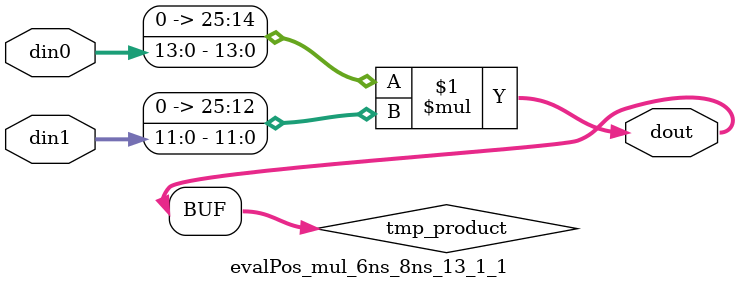
<source format=v>

`timescale 1 ns / 1 ps

  module evalPos_mul_6ns_8ns_13_1_1(din0, din1, dout);
parameter ID = 1;
parameter NUM_STAGE = 0;
parameter din0_WIDTH = 14;
parameter din1_WIDTH = 12;
parameter dout_WIDTH = 26;

input [din0_WIDTH - 1 : 0] din0; 
input [din1_WIDTH - 1 : 0] din1; 
output [dout_WIDTH - 1 : 0] dout;

wire signed [dout_WIDTH - 1 : 0] tmp_product;










assign tmp_product = $signed({1'b0, din0}) * $signed({1'b0, din1});











assign dout = tmp_product;







endmodule

</source>
